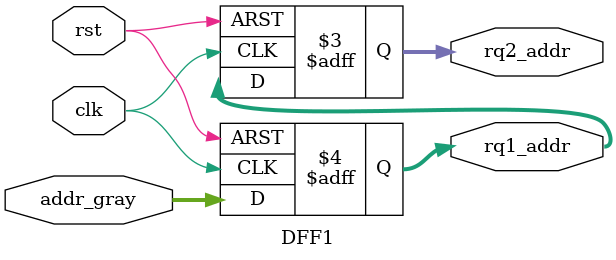
<source format=v>

module DFF1 #(parameter PTR_SZ=2)
             (input  rst,
              input  clk,
              input  [PTR_SZ:0] addr_gray,
              output reg [PTR_SZ:0] rq2_addr, rq1_addr
);
 
 //synchronizing the read pointer into the write clock domain 

  always @(posedge clk or negedge rst)
  begin
    if (!rst) begin
      { rq2_addr, rq1_addr } <= 2'b0;
    end else begin 
      { rq2_addr, rq1_addr } <= { rq1_addr, addr_gray };
    end
  end

endmodule

</source>
